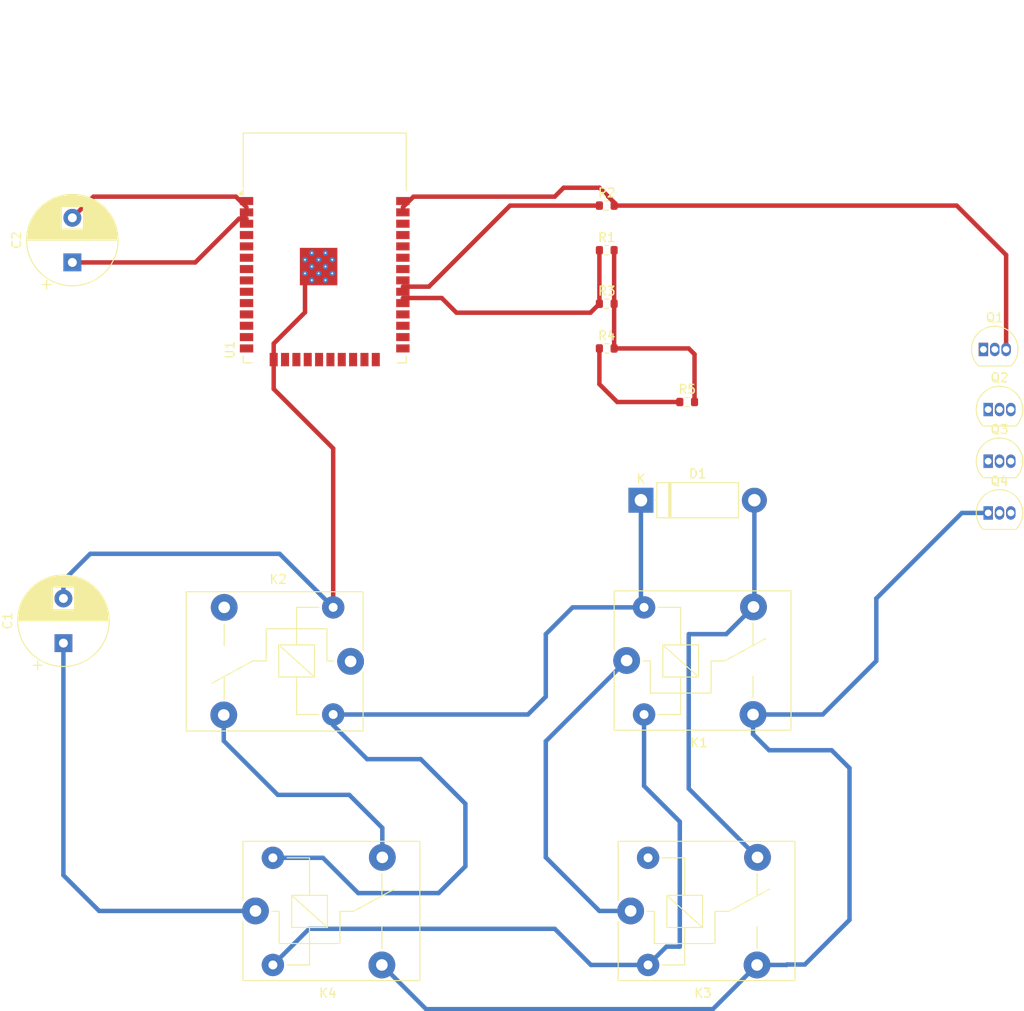
<source format=kicad_pcb>
(kicad_pcb (version 20240108) (generator "pcbnew") (generator_version "8.0")
  (layers (0 "F.Cu" signal) (31 "B.Cu" signal) (34 "B.Paste" user) (35 "F.Paste" user) (36 "B.SilkS" user "B.Silkscreen") (37 "F.SilkS" user "F.Silkscreen") (38 "B.Mask" user) (39 "F.Mask" user) (44 "Edge.Cuts" user))
  (net 0 "")
  (net 1 "5V")
  (net 2 "GND")
  (net 3 "VCC")
  (net 4 "NO")
  (net 5 "COM")
  (net 6 "IN")
  (net 7 "BASE")
  (net 8 "GPIO")
  (net 9 "GPIO2")
  (footprint "RF_Module:ESP32-WROOM-32" (layer "F.Cu") (at 57.25 79.74)
    (property "Reference" "U1" (at -10.61 8.43 90) (layer "F.SilkS"))
    (property "Value" "ESP32-WROOM-32")
    (pad "1" smd rect (at -8.75 -8.25) (size 1.5 0.9) (layers "F.Cu" "F.Paste" "F.Mask") (net 2 "GND"))
    (pad "2" smd rect (at -8.75 -6.98) (size 1.5 0.9) (layers "F.Cu" "F.Paste" "F.Mask") (net 3 "VCC"))
    (pad "3" smd rect (at -8.75 -5.71) (size 1.5 0.9) (layers "F.Cu" "F.Paste" "F.Mask"))
    (pad "4" smd rect (at -8.75 -4.44) (size 1.5 0.9) (layers "F.Cu" "F.Paste" "F.Mask"))
    (pad "5" smd rect (at -8.75 -3.17) (size 1.5 0.9) (layers "F.Cu" "F.Paste" "F.Mask"))
    (pad "6" smd rect (at -8.75 -1.9) (size 1.5 0.9) (layers "F.Cu" "F.Paste" "F.Mask"))
    (pad "7" smd rect (at -8.75 -0.63) (size 1.5 0.9) (layers "F.Cu" "F.Paste" "F.Mask"))
    (pad "8" smd rect (at -8.75 0.64) (size 1.5 0.9) (layers "F.Cu" "F.Paste" "F.Mask"))
    (pad "9" smd rect (at -8.75 1.91) (size 1.5 0.9) (layers "F.Cu" "F.Paste" "F.Mask"))
    (pad "10" smd rect (at -8.75 3.18) (size 1.5 0.9) (layers "F.Cu" "F.Paste" "F.Mask"))
    (pad "11" smd rect (at -8.75 4.45) (size 1.5 0.9) (layers "F.Cu" "F.Paste" "F.Mask"))
    (pad "12" smd rect (at -8.75 5.72) (size 1.5 0.9) (layers "F.Cu" "F.Paste" "F.Mask"))
    (pad "13" smd rect (at -8.75 6.99) (size 1.5 0.9) (layers "F.Cu" "F.Paste" "F.Mask"))
    (pad "14" smd rect (at -8.75 8.26) (size 1.5 0.9) (layers "F.Cu" "F.Paste" "F.Mask"))
    (pad "15" smd rect (at -5.71 9.51 90) (size 1.5 0.9) (layers "F.Cu" "F.Paste" "F.Mask") (net 2 "GND"))
    (pad "16" smd rect (at -4.44 9.51 90) (size 1.5 0.9) (layers "F.Cu" "F.Paste" "F.Mask"))
    (pad "17" smd rect (at -3.17 9.51 90) (size 1.5 0.9) (layers "F.Cu" "F.Paste" "F.Mask"))
    (pad "18" smd rect (at -1.9 9.51 90) (size 1.5 0.9) (layers "F.Cu" "F.Paste" "F.Mask"))
    (pad "19" smd rect (at -0.63 9.51 90) (size 1.5 0.9) (layers "F.Cu" "F.Paste" "F.Mask"))
    (pad "20" smd rect (at 0.64 9.51 90) (size 1.5 0.9) (layers "F.Cu" "F.Paste" "F.Mask"))
    (pad "21" smd rect (at 1.91 9.51 90) (size 1.5 0.9) (layers "F.Cu" "F.Paste" "F.Mask"))
    (pad "22" smd rect (at 3.18 9.51 90) (size 1.5 0.9) (layers "F.Cu" "F.Paste" "F.Mask"))
    (pad "23" smd rect (at 4.45 9.51 90) (size 1.5 0.9) (layers "F.Cu" "F.Paste" "F.Mask"))
    (pad "24" smd rect (at 5.72 9.51 90) (size 1.5 0.9) (layers "F.Cu" "F.Paste" "F.Mask"))
    (pad "25" smd rect (at 8.75 8.26) (size 1.5 0.9) (layers "F.Cu" "F.Paste" "F.Mask"))
    (pad "26" smd rect (at 8.75 6.99) (size 1.5 0.9) (layers "F.Cu" "F.Paste" "F.Mask"))
    (pad "27" smd rect (at 8.75 5.72) (size 1.5 0.9) (layers "F.Cu" "F.Paste" "F.Mask"))
    (pad "28" smd rect (at 8.75 4.45) (size 1.5 0.9) (layers "F.Cu" "F.Paste" "F.Mask"))
    (pad "29" smd rect (at 8.75 3.18) (size 1.5 0.9) (layers "F.Cu" "F.Paste" "F.Mask"))
    (pad "30" smd rect (at 8.75 1.91) (size 1.5 0.9) (layers "F.Cu" "F.Paste" "F.Mask") (net 8 "GPIO"))
    (pad "31" smd rect (at 8.75 0.64) (size 1.5 0.9) (layers "F.Cu" "F.Paste" "F.Mask") (net 9 "GPIO2"))
    (pad "32" smd rect (at 8.75 -0.63) (size 1.5 0.9) (layers "F.Cu" "F.Paste" "F.Mask"))
    (pad "33" smd rect (at 8.75 -1.9) (size 1.5 0.9) (layers "F.Cu" "F.Paste" "F.Mask"))
    (pad "34" smd rect (at 8.75 -3.17) (size 1.5 0.9) (layers "F.Cu" "F.Paste" "F.Mask"))
    (pad "35" smd rect (at 8.75 -4.44) (size 1.5 0.9) (layers "F.Cu" "F.Paste" "F.Mask"))
    (pad "36" smd rect (at 8.75 -5.71) (size 1.5 0.9) (layers "F.Cu" "F.Paste" "F.Mask"))
    (pad "37" smd rect (at 8.75 -6.98) (size 1.5 0.9) (layers "F.Cu" "F.Paste" "F.Mask"))
    (pad "38" smd rect (at 8.75 -8.25) (size 1.5 0.9) (layers "F.Cu" "F.Paste" "F.Mask") (net 2 "GND"))
    (pad "39" smd rect (at -2.205 -2.435) (size 1.05 1.05) (layers "F.Cu" "F.Paste") (net 2 "GND"))
    (pad "39" thru_hole circle (at -2.205 -1.6725) (size 0.6 0.6) (drill 0.2) (property pad_prop_heatsink) (layers "*.Cu" "F.Mask") (net 2 "GND"))
    (pad "39" smd rect (at -2.205 -0.91) (size 1.05 1.05) (layers "F.Cu" "F.Paste") (net 2 "GND"))
    (pad "39" thru_hole circle (at -2.205 -0.1475) (size 0.6 0.6) (drill 0.2) (property pad_prop_heatsink) (layers "*.Cu" "F.Mask") (net 2 "GND"))
    (pad "39" smd rect (at -2.205 0.615) (size 1.05 1.05) (layers "F.Cu" "F.Paste") (net 2 "GND"))
    (pad "39" thru_hole circle (at -1.4425 -2.435) (size 0.6 0.6) (drill 0.2) (property pad_prop_heatsink) (layers "*.Cu" "F.Mask") (net 2 "GND"))
    (pad "39" thru_hole circle (at -1.4425 -0.91) (size 0.6 0.6) (drill 0.2) (property pad_prop_heatsink) (layers "*.Cu" "F.Mask") (net 2 "GND"))
    (pad "39" thru_hole circle (at -1.4425 0.615) (size 0.6 0.6) (drill 0.2) (property pad_prop_heatsink) (layers "*.Cu" "F.Mask") (net 2 "GND"))
    (pad "39" smd rect (at -0.68 -2.435) (size 1.05 1.05) (layers "F.Cu" "F.Paste") (net 2 "GND"))
    (pad "39" thru_hole circle (at -0.68 -1.6725) (size 0.6 0.6) (drill 0.2) (property pad_prop_heatsink) (layers "*.Cu" "F.Mask") (net 2 "GND"))
    (pad "39" smd rect (at -0.68 -0.91) (size 1.05 1.05) (layers "F.Cu" "F.Paste") (net 2 "GND"))
    (pad "39" smd rect (at -0.68 -0.91) (size 4.2 4.2) (layers "F.Cu" "F.Mask") (net 2 "GND"))
    (pad "39" thru_hole circle (at -0.68 -0.1475) (size 0.6 0.6) (drill 0.2) (property pad_prop_heatsink) (layers "*.Cu" "F.Mask") (net 2 "GND"))
    (pad "39" smd rect (at -0.68 0.615) (size 1.05 1.05) (layers "F.Cu" "F.Paste") (net 2 "GND"))
    (pad "39" thru_hole circle (at 0.0825 -2.435) (size 0.6 0.6) (drill 0.2) (property pad_prop_heatsink) (layers "*.Cu" "F.Mask") (net 2 "GND"))
    (pad "39" thru_hole circle (at 0.0825 -0.91) (size 0.6 0.6) (drill 0.2) (property pad_prop_heatsink) (layers "*.Cu" "F.Mask") (net 2 "GND"))
    (pad "39" thru_hole circle (at 0.0825 0.615) (size 0.6 0.6) (drill 0.2) (property pad_prop_heatsink) (layers "*.Cu" "F.Mask") (net 2 "GND"))
    (pad "39" smd rect (at 0.845 -2.435) (size 1.05 1.05) (layers "F.Cu" "F.Paste") (net 2 "GND"))
    (pad "39" thru_hole circle (at 0.845 -1.6725) (size 0.6 0.6) (drill 0.2) (property pad_prop_heatsink) (layers "*.Cu" "F.Mask") (net 2 "GND"))
    (pad "39" smd rect (at 0.845 -0.91) (size 1.05 1.05) (layers "F.Cu" "F.Paste") (net 2 "GND"))
    (pad "39" thru_hole circle (at 0.845 -0.1475) (size 0.6 0.6) (drill 0.2) (property pad_prop_heatsink) (layers "*.Cu" "F.Mask") (net 2 "GND"))
    (pad "39" smd rect (at 0.845 0.615) (size 1.05 1.05) (layers "F.Cu" "F.Paste") (net 2 "GND"))
  )
  (footprint "Capacitor_THT:CP_Radial_D10.0mm_P5.00mm" (layer "F.Cu") (at 29 78.367677 90)
    (property "Reference" "C2" (at 2.5 -6.25 270) (layer "F.SilkS"))
    (property "Value" "100nF")
    (pad "1" thru_hole rect (at 0 0 90) (size 2 2) (drill 1) (layers "*.Cu" "*.Mask") (net 3 "VCC"))
    (pad "2" thru_hole circle (at 5 0 90) (size 2 2) (drill 1) (layers "*.Cu" "*.Mask") (net 2 "GND"))
  )
  (footprint "Relay_THT:Relay_SPDT_SANYOU_SRD_Series_Form_C" (layer "F.Cu") (at 60.15 123.05 180)
    (property "Reference" "K2" (at 8.1 9.2 180) (layer "F.SilkS"))
    (property "Value" "SANYOU_SRD_Form_C" (hide yes))
    (pad "1" thru_hole circle (at 0 0 270) (size 3 3) (drill 1.3) (layers "*.Cu" "*.Mask") (net 1 "5V"))
    (pad "2" thru_hole circle (at 1.95 6.05 270) (size 2.5 2.5) (drill 1) (layers "*.Cu" "*.Mask") (net 2 "GND"))
    (pad "3" thru_hole circle (at 14.15 6.05 270) (size 3 3) (drill 1.3) (layers "*.Cu" "*.Mask") (net 6 "IN"))
    (pad "4" thru_hole circle (at 14.2 -6 270) (size 3 3) (drill 1.3) (layers "*.Cu" "*.Mask") (net 5 "COM"))
    (pad "5" thru_hole circle (at 1.95 -5.95 270) (size 2.5 2.5) (drill 1) (layers "*.Cu" "*.Mask") (net 4 "NO"))
  )
  (footprint "Resistor_SMD:R_0603_1608Metric" (layer "F.Cu") (at 88.825 77)
    (property "Reference" "R1" (at 0 -1.43 0) (layer "F.SilkS"))
    (property "Value" "1k")
    (pad "1" smd roundrect (at -0.825 0) (size 0.8 0.95) (layers "F.Cu" "F.Paste" "F.Mask") (net 8 "GPIO"))
    (pad "2" smd roundrect (at 0.825 0) (size 0.8 0.95) (layers "F.Cu" "F.Paste" "F.Mask") (net 7 "BASE"))
  )
  (footprint "Diode_THT:D_5W_P12.70mm_Horizontal" (layer "F.Cu") (at 92.65 105)
    (property "Reference" "D1" (at 6.35 -2.97 0) (layer "F.SilkS"))
    (property "Value" "D")
    (fp_text user "K" (at 0 -2.4 0) (layer "F.SilkS"))
    (pad "1" thru_hole rect (at 0 0) (size 2.8 2.8) (drill 1.4) (layers "*.Cu" "*.Mask") (net 4 "NO"))
    (pad "2" thru_hole oval (at 12.7 0) (size 2.8 2.8) (drill 1.4) (layers "*.Cu" "*.Mask") (net 5 "COM"))
  )
  (footprint "Relay_THT:Relay_SPDT_SANYOU_SRD_Series_Form_C" (layer "F.Cu") (at 91.5 151)
    (property "Reference" "K3" (at 8.1 9.2 0) (layer "F.SilkS"))
    (property "Value" "SANYOU_SRD_Form_C")
    (pad "1" thru_hole circle (at 0 0 90) (size 3 3) (drill 1.3) (layers "*.Cu" "*.Mask") (net 1 "5V"))
    (pad "2" thru_hole circle (at 1.95 6.05 90) (size 2.5 2.5) (drill 1) (layers "*.Cu" "*.Mask") (net 2 "GND"))
    (pad "3" thru_hole circle (at 14.15 6.05 90) (size 3 3) (drill 1.3) (layers "*.Cu" "*.Mask") (net 6 "IN"))
    (pad "4" thru_hole circle (at 14.2 -6 90) (size 3 3) (drill 1.3) (layers "*.Cu" "*.Mask") (net 5 "COM"))
    (pad "5" thru_hole circle (at 1.95 -5.95 90) (size 2.5 2.5) (drill 1) (layers "*.Cu" "*.Mask") (net 4 "NO"))
  )
  (footprint "Resistor_SMD:R_0603_1608Metric" (layer "F.Cu") (at 88.825 83)
    (property "Reference" "R3" (at 0 -1.43 0) (layer "F.SilkS"))
    (property "Value" "1k")
    (pad "1" smd roundrect (at -0.825 0) (size 0.8 0.95) (layers "F.Cu" "F.Paste" "F.Mask") (net 8 "GPIO"))
    (pad "2" smd roundrect (at 0.825 0) (size 0.8 0.95) (layers "F.Cu" "F.Paste" "F.Mask") (net 7 "BASE"))
  )
  (footprint "Package_TO_SOT_THT:TO-92_Inline" (layer "F.Cu") (at 130.99 88.11)
    (property "Reference" "Q1" (at 1.27 -3.56 0) (layer "F.SilkS"))
    (property "Value" "BC547")
    (pad "1" thru_hole rect (at 0 0) (size 1.05 1.5) (drill 0.75) (layers "*.Cu" "*.Mask") (net 6 "IN"))
    (pad "2" thru_hole oval (at 1.27 0) (size 1.05 1.5) (drill 0.75) (layers "*.Cu" "*.Mask") (net 7 "BASE"))
    (pad "3" thru_hole oval (at 2.54 0) (size 1.05 1.5) (drill 0.75) (layers "*.Cu" "*.Mask") (net 2 "GND"))
  )
  (footprint "Resistor_SMD:R_0603_1608Metric" (layer "F.Cu") (at 88.825 88)
    (property "Reference" "R4" (at 0 -1.43 0) (layer "F.SilkS"))
    (property "Value" "1k" (hide yes))
    (pad "1" smd roundrect (at -0.825 0) (size 0.8 0.95) (layers "F.Cu" "F.Paste" "F.Mask") (net 8 "GPIO"))
    (pad "2" smd roundrect (at 0.825 0) (size 0.8 0.95) (layers "F.Cu" "F.Paste" "F.Mask") (net 7 "BASE"))
  )
  (footprint "Capacitor_THT:CP_Radial_D10.0mm_P5.00mm" (layer "F.Cu") (at 28 121 90)
    (property "Reference" "C1" (at 2.5 -6.25 270) (layer "F.SilkS"))
    (property "Value" "10µF")
    (pad "1" thru_hole rect (at 0 0 90) (size 2 2) (drill 1) (layers "*.Cu" "*.Mask") (net 1 "5V"))
    (pad "2" thru_hole circle (at 5 0 90) (size 2 2) (drill 1) (layers "*.Cu" "*.Mask") (net 2 "GND"))
  )
  (footprint "Package_TO_SOT_THT:TO-92_Inline" (layer "F.Cu") (at 131.52 94.84)
    (property "Reference" "Q2" (at 1.27 -3.56 0) (layer "F.SilkS"))
    (property "Value" "BC547")
    (pad "1" thru_hole rect (at 0 0) (size 1.05 1.5) (drill 0.75) (layers "*.Cu" "*.Mask") (net 6 "IN"))
    (pad "2" thru_hole oval (at 1.27 0) (size 1.05 1.5) (drill 0.75) (layers "*.Cu" "*.Mask") (net 7 "BASE"))
    (pad "3" thru_hole oval (at 2.54 0) (size 1.05 1.5) (drill 0.75) (layers "*.Cu" "*.Mask") (net 2 "GND"))
  )
  (footprint "Package_TO_SOT_THT:TO-92_Inline" (layer "F.Cu") (at 131.52 106.42)
    (property "Reference" "Q4" (at 1.27 -3.56 0) (layer "F.SilkS"))
    (property "Value" "BC547")
    (pad "1" thru_hole rect (at 0 0) (size 1.05 1.5) (drill 0.75) (layers "*.Cu" "*.Mask") (net 6 "IN"))
    (pad "2" thru_hole oval (at 1.27 0) (size 1.05 1.5) (drill 0.75) (layers "*.Cu" "*.Mask") (net 7 "BASE"))
    (pad "3" thru_hole oval (at 2.54 0) (size 1.05 1.5) (drill 0.75) (layers "*.Cu" "*.Mask") (net 2 "GND"))
  )
  (footprint "Resistor_SMD:R_0603_1608Metric" (layer "F.Cu") (at 97.825 94)
    (property "Reference" "R5" (at 0 -1.43 0) (layer "F.SilkS"))
    (property "Value" "1k")
    (pad "1" smd roundrect (at -0.825 0) (size 0.8 0.95) (layers "F.Cu" "F.Paste" "F.Mask") (net 8 "GPIO"))
    (pad "2" smd roundrect (at 0.825 0) (size 0.8 0.95) (layers "F.Cu" "F.Paste" "F.Mask") (net 7 "BASE"))
  )
  (footprint "Resistor_SMD:R_0603_1608Metric" (layer "F.Cu") (at 88.825 72)
    (property "Reference" "R2" (at 0 -1.43 0) (layer "F.SilkS"))
    (property "Value" "10k")
    (pad "1" smd roundrect (at -0.825 0) (size 0.8 0.95) (layers "F.Cu" "F.Paste" "F.Mask") (net 9 "GPIO2"))
    (pad "2" smd roundrect (at 0.825 0) (size 0.8 0.95) (layers "F.Cu" "F.Paste" "F.Mask") (net 2 "GND"))
  )
  (footprint "Relay_THT:Relay_SPDT_SANYOU_SRD_Series_Form_C" (layer "F.Cu") (at 49.5 151)
    (property "Reference" "K4" (at 8.1 9.2 0) (layer "F.SilkS"))
    (property "Value" "SANYOU_SRD_Form_C" (hide yes))
    (pad "1" thru_hole circle (at 0 0 90) (size 3 3) (drill 1.3) (layers "*.Cu" "*.Mask") (net 1 "5V"))
    (pad "2" thru_hole circle (at 1.95 6.05 90) (size 2.5 2.5) (drill 1) (layers "*.Cu" "*.Mask") (net 2 "GND"))
    (pad "3" thru_hole circle (at 14.15 6.05 90) (size 3 3) (drill 1.3) (layers "*.Cu" "*.Mask") (net 6 "IN"))
    (pad "4" thru_hole circle (at 14.2 -6 90) (size 3 3) (drill 1.3) (layers "*.Cu" "*.Mask") (net 5 "COM"))
    (pad "5" thru_hole circle (at 1.95 -5.95 90) (size 2.5 2.5) (drill 1) (layers "*.Cu" "*.Mask") (net 4 "NO"))
  )
  (footprint "Package_TO_SOT_THT:TO-92_Inline" (layer "F.Cu") (at 131.52 100.63)
    (property "Reference" "Q3" (at 1.27 -3.56 0) (layer "F.SilkS"))
    (property "Value" "BC547")
    (pad "1" thru_hole rect (at 0 0) (size 1.05 1.5) (drill 0.75) (layers "*.Cu" "*.Mask") (net 6 "IN"))
    (pad "2" thru_hole oval (at 1.27 0) (size 1.05 1.5) (drill 0.75) (layers "*.Cu" "*.Mask") (net 7 "BASE"))
    (pad "3" thru_hole oval (at 2.54 0) (size 1.05 1.5) (drill 0.75) (layers "*.Cu" "*.Mask") (net 2 "GND"))
  )
  (footprint "Relay_THT:Relay_SPDT_SANYOU_SRD_Series_Form_C" (layer "F.Cu") (at 91.05 122.95)
    (property "Reference" "K1" (at 8.1 9.2 0) (layer "F.SilkS"))
    (property "Value" "SANYOU_SRD_Form_C")
    (pad "1" thru_hole circle (at 0 0 90) (size 3 3) (drill 1.3) (layers "*.Cu" "*.Mask") (net 1 "5V"))
    (pad "2" thru_hole circle (at 1.95 6.05 90) (size 2.5 2.5) (drill 1) (layers "*.Cu" "*.Mask") (net 2 "GND"))
    (pad "3" thru_hole circle (at 14.15 6.05 90) (size 3 3) (drill 1.3) (layers "*.Cu" "*.Mask") (net 6 "IN"))
    (pad "4" thru_hole circle (at 14.2 -6 90) (size 3 3) (drill 1.3) (layers "*.Cu" "*.Mask") (net 5 "COM"))
    (pad "5" thru_hole circle (at 1.95 -5.95 90) (size 2.5 2.5) (drill 1) (layers "*.Cu" "*.Mask") (net 4 "NO"))
  )
  (segment (start 82 132) (end 91.05 122.95) (width 0.5) (layer "B.Cu") (net 1))
  (segment (start 28 147) (end 32 151) (width 0.5) (layer "B.Cu") (net 1))
  (segment (start 91.5 151) (end 88 151) (width 0.5) (layer "B.Cu") (net 1))
  (segment (start 82 145) (end 82 132) (width 0.5) (layer "B.Cu") (net 1))
  (segment (start 28 121) (end 28 147) (width 0.5) (layer "B.Cu") (net 1))
  (segment (start 88 151) (end 82 145) (width 0.5) (layer "B.Cu") (net 1))
  (segment (start 32 151) (end 49.5 151) (width 0.5) (layer "B.Cu") (net 1))
  (segment (start 51.54 87.46) (end 55.045 83.955) (width 0.5) (layer "F.Cu") (net 2))
  (segment (start 51.54 89.95) (end 51.54 92.54) (width 0.5) (layer "F.Cu") (net 2))
  (segment (start 51.54 89.25) (end 51.54 87.46) (width 0.5) (layer "F.Cu") (net 2))
  (segment (start 58.2 99.2) (end 58.2 117) (width 0.5) (layer "F.Cu") (net 2))
  (segment (start 31.367677 71) (end 29 73.367677) (width 0.5) (layer "F.Cu") (net 2))
  (segment (start 84 70) (end 88 70) (width 0.5) (layer "F.Cu") (net 2))
  (segment (start 55.045 83.955) (end 55.045 80.355) (width 0.5) (layer "F.Cu") (net 2))
  (segment (start 51.54 92.54) (end 58.2 99.2) (width 0.5) (layer "F.Cu") (net 2))
  (segment (start 67.19 71) (end 83 71) (width 0.5) (layer "F.Cu") (net 2))
  (segment (start 83 71) (end 84 70) (width 0.5) (layer "F.Cu") (net 2))
  (segment (start 133.53 77.53) (end 133.53 88.11) (width 0.5) (layer "F.Cu") (net 2))
  (segment (start 89.65 71.65) (end 89.65 72) (width 0.5) (layer "F.Cu") (net 2))
  (segment (start 66 72.19) (end 67.19 71) (width 0.5) (layer "F.Cu") (net 2))
  (segment (start 88 70) (end 89.65 71.65) (width 0.5) (layer "F.Cu") (net 2))
  (segment (start 47.31 71) (end 31.367677 71) (width 0.5) (layer "F.Cu") (net 2))
  (segment (start 48.5 72.19) (end 47.31 71) (width 0.5) (layer "F.Cu") (net 2))
  (segment (start 128 72) (end 133.53 77.53) (width 0.5) (layer "F.Cu") (net 2))
  (segment (start 89.65 72) (end 128 72) (width 0.5) (layer "F.Cu") (net 2))
  (segment (start 97 155) (end 95.5 155) (width 0.5) (layer "B.Cu") (net 2))
  (segment (start 87.05 157.05) (end 83 153) (width 0.5) (layer "B.Cu") (net 2))
  (segment (start 52.2 111) (end 58.2 117) (width 0.5) (layer "B.Cu") (net 2))
  (segment (start 55.5 153) (end 51.45 157.05) (width 0.5) (layer "B.Cu") (net 2))
  (segment (start 93.45 157.05) (end 87.05 157.05) (width 0.5) (layer "B.Cu") (net 2))
  (segment (start 95.5 155) (end 93.45 157.05) (width 0.5) (layer "B.Cu") (net 2))
  (segment (start 93 137) (end 97 141) (width 0.5) (layer "B.Cu") (net 2))
  (segment (start 97 141) (end 97 155) (width 0.5) (layer "B.Cu") (net 2))
  (segment (start 31 111) (end 52.2 111) (width 0.5) (layer "B.Cu") (net 2))
  (segment (start 28 116) (end 28 114) (width 0.5) (layer "B.Cu") (net 2))
  (segment (start 83 153) (end 55.5 153) (width 0.5) (layer "B.Cu") (net 2))
  (segment (start 28 114) (end 31 111) (width 0.5) (layer "B.Cu") (net 2))
  (segment (start 93 129) (end 93 137) (width 0.5) (layer "B.Cu") (net 2))
  (segment (start 42.762323 78.367677) (end 29 78.367677) (width 0.5) (layer "F.Cu") (net 3))
  (segment (start 48.5 73.46) (end 47.67 73.46) (width 0.5) (layer "F.Cu") (net 3))
  (segment (start 47.67 73.46) (end 42.762323 78.367677) (width 0.5) (layer "F.Cu") (net 3))
  (segment (start 82 127) (end 80 129) (width 0.5) (layer "B.Cu") (net 4))
  (segment (start 85 117) (end 82 120) (width 0.5) (layer "B.Cu") (net 4))
  (segment (start 58.2 130.2) (end 58.2 129) (width 0.5) (layer "B.Cu") (net 4))
  (segment (start 80 129) (end 58.2 129) (width 0.5) (layer "B.Cu") (net 4))
  (segment (start 73 139) (end 68 134) (width 0.5) (layer "B.Cu") (net 4))
  (segment (start 93 117) (end 85 117) (width 0.5) (layer "B.Cu") (net 4))
  (segment (start 92.65 105) (end 92.65 116.65) (width 0.5) (layer "B.Cu") (net 4))
  (segment (start 82 120) (end 82 127) (width 0.5) (layer "B.Cu") (net 4))
  (segment (start 51.45 145.05) (end 57.05 145.05) (width 0.5) (layer "B.Cu") (net 4))
  (segment (start 70 149) (end 73 146) (width 0.5) (layer "B.Cu") (net 4))
  (segment (start 92.65 116.65) (end 93 117) (width 0.5) (layer "B.Cu") (net 4))
  (segment (start 68 134) (end 62 134) (width 0.5) (layer "B.Cu") (net 4))
  (segment (start 73 146) (end 73 139) (width 0.5) (layer "B.Cu") (net 4))
  (segment (start 61 149) (end 70 149) (width 0.5) (layer "B.Cu") (net 4))
  (segment (start 57.05 145.05) (end 61 149) (width 0.5) (layer "B.Cu") (net 4))
  (segment (start 62 134) (end 58.2 130.2) (width 0.5) (layer "B.Cu") (net 4))
  (segment (start 63.7 145) (end 63.7 141.7) (width 0.5) (layer "B.Cu") (net 5))
  (segment (start 98 137.3) (end 98 120) (width 0.5) (layer "B.Cu") (net 5))
  (segment (start 105.35 105) (end 105.35 116.85) (width 0.5) (layer "B.Cu") (net 5))
  (segment (start 60 138) (end 52 138) (width 0.5) (layer "B.Cu") (net 5))
  (segment (start 52 138) (end 45.95 131.95) (width 0.5) (layer "B.Cu") (net 5))
  (segment (start 105.35 116.85) (end 105.25 116.95) (width 0.5) (layer "B.Cu") (net 5))
  (segment (start 45.95 131.95) (end 45.95 129.05) (width 0.5) (layer "B.Cu") (net 5))
  (segment (start 98 120) (end 102.2 120) (width 0.5) (layer "B.Cu") (net 5))
  (segment (start 105.7 145) (end 98 137.3) (width 0.5) (layer "B.Cu") (net 5))
  (segment (start 102.2 120) (end 105.25 116.95) (width 0.5) (layer "B.Cu") (net 5))
  (segment (start 63.7 141.7) (end 60 138) (width 0.5) (layer "B.Cu") (net 5))
  (segment (start 105.2 131.2) (end 107 133) (width 0.5) (layer "B.Cu") (net 6))
  (segment (start 128.58 106.42) (end 119 116) (width 0.5) (layer "B.Cu") (net 6))
  (segment (start 108.95 157.05) (end 105.65 157.05) (width 0.5) (layer "B.Cu") (net 6))
  (segment (start 68.6 162) (end 100.7 162) (width 0.5) (layer "B.Cu") (net 6))
  (segment (start 111 157) (end 109 157) (width 0.5) (layer "B.Cu") (net 6))
  (segment (start 105.2 129) (end 105.2 131.2) (width 0.5) (layer "B.Cu") (net 6))
  (segment (start 113 129) (end 105.2 129) (width 0.5) (layer "B.Cu") (net 6))
  (segment (start 107 133) (end 114 133) (width 0.5) (layer "B.Cu") (net 6))
  (segment (start 116 135) (end 116 152) (width 0.5) (layer "B.Cu") (net 6))
  (segment (start 63.65 157.05) (end 68.6 162) (width 0.5) (layer "B.Cu") (net 6))
  (segment (start 116 152) (end 111 157) (width 0.5) (layer "B.Cu") (net 6))
  (segment (start 119 123) (end 113 129) (width 0.5) (layer "B.Cu") (net 6))
  (segment (start 114 133) (end 116 135) (width 0.5) (layer "B.Cu") (net 6))
  (segment (start 100.7 162) (end 105.65 157.05) (width 0.5) (layer "B.Cu") (net 6))
  (segment (start 131.52 106.42) (end 128.58 106.42) (width 0.5) (layer "B.Cu") (net 6))
  (segment (start 109 157) (end 108.95 157.05) (width 0.5) (layer "B.Cu") (net 6))
  (segment (start 119 116) (end 119 123) (width 0.5) (layer "B.Cu") (net 6))
  (segment (start 98.65 88.65) (end 98 88) (width 0.5) (layer "F.Cu") (net 7))
  (segment (start 98 88) (end 89.65 88) (width 0.5) (layer "F.Cu") (net 7))
  (segment (start 89.65 83) (end 89.65 88) (width 0.5) (layer "F.Cu") (net 7))
  (segment (start 98.65 94) (end 98.65 88.65) (width 0.5) (layer "F.Cu") (net 7))
  (segment (start 89.65 77) (end 89.65 83) (width 0.5) (layer "F.Cu") (net 7))
  (segment (start 88 92) (end 88 88) (width 0.5) (layer "F.Cu") (net 8))
  (segment (start 70.35 82.35) (end 72 84) (width 0.5) (layer "F.Cu") (net 8))
  (segment (start 87 84) (end 88 83) (width 0.5) (layer "F.Cu") (net 8))
  (segment (start 72 84) (end 87 84) (width 0.5) (layer "F.Cu") (net 8))
  (segment (start 66 82.35) (end 70.35 82.35) (width 0.5) (layer "F.Cu") (net 8))
  (segment (start 90 94) (end 88 92) (width 0.5) (layer "F.Cu") (net 8))
  (segment (start 97 94) (end 90 94) (width 0.5) (layer "F.Cu") (net 8))
  (segment (start 88 77) (end 88 83) (width 0.5) (layer "F.Cu") (net 8))
  (segment (start 68.92 81.08) (end 78 72) (width 0.5) (layer "F.Cu") (net 9))
  (segment (start 78 72) (end 88 72) (width 0.5) (layer "F.Cu") (net 9))
  (segment (start 66 81.08) (end 68.92 81.08) (width 0.5) (layer "F.Cu") (net 9))
)
</source>
